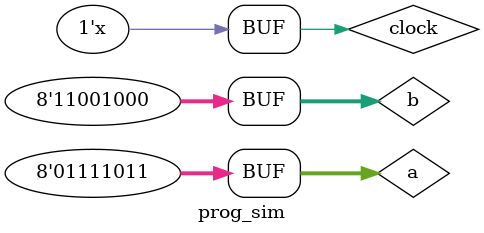
<source format=v>
`timescale 1ns / 1ps


module prog_sim();
reg [7:0] a,b;
wire [8:0] s;
reg clock=0;
always
#5 clock=~clock;
wire [3:0] Anode;
wire [6:0] LED_out;
Basys3_prog prog(a,b,clock,s,Anode,LED_out);
initial
begin
a=123;
b=200;
end
endmodule

</source>
